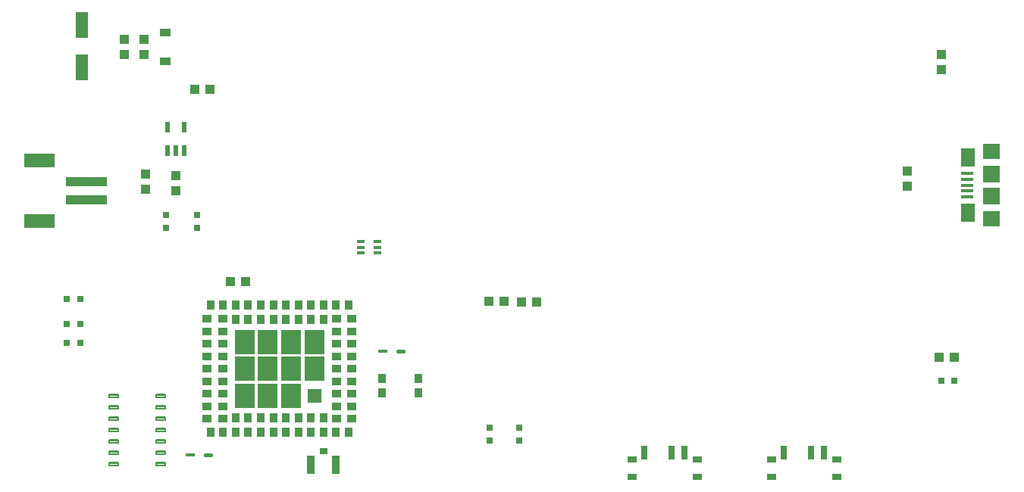
<source format=gbr>
G04 EAGLE Gerber RS-274X export*
G75*
%MOMM*%
%FSLAX34Y34*%
%LPD*%
%INSolderpaste Top*%
%IPPOS*%
%AMOC8*
5,1,8,0,0,1.08239X$1,22.5*%
G01*
%ADD10R,1.350000X0.400000*%
%ADD11R,1.600000X2.100000*%
%ADD12R,1.900000X1.800000*%
%ADD13R,1.900000X1.900000*%
%ADD14R,1.000000X1.100000*%
%ADD15R,0.800000X0.800000*%
%ADD16R,1.100000X1.000000*%
%ADD17R,0.700000X1.500000*%
%ADD18R,1.000000X0.800000*%
%ADD19R,1.100000X0.900000*%
%ADD20R,0.900000X1.100000*%
%ADD21R,1.500000X1.500000*%
%ADD22R,2.300000X2.700000*%
%ADD23R,0.900000X1.000000*%
%ADD24R,1.006000X0.392000*%
%ADD25C,0.392000*%
%ADD26R,1.400000X3.000000*%
%ADD27R,1.220000X0.910000*%
%ADD28R,0.850000X0.400000*%
%ADD29R,0.550000X1.200000*%
%ADD30R,4.600000X1.000000*%
%ADD31R,3.400000X1.600000*%
%ADD32R,0.965200X0.762000*%
%ADD33R,0.812800X2.133600*%
%ADD34C,0.198000*%


D10*
X1059100Y323500D03*
X1059100Y330000D03*
X1059100Y336500D03*
X1059100Y343000D03*
X1059100Y349500D03*
D11*
X1060350Y305500D03*
X1060350Y367500D03*
D12*
X1085850Y298500D03*
D13*
X1085850Y324500D03*
X1085850Y348500D03*
D12*
X1085850Y374500D03*
D14*
X991800Y352500D03*
X991800Y335500D03*
D15*
X559100Y65500D03*
X559100Y50500D03*
D14*
X561600Y206000D03*
X578600Y206000D03*
D16*
X1030300Y465900D03*
X1030300Y482900D03*
D15*
X1029900Y117900D03*
X1044900Y117900D03*
D14*
X1044600Y144300D03*
X1027600Y144300D03*
D15*
X525442Y65442D03*
X525442Y50442D03*
D14*
X524873Y206613D03*
X541873Y206613D03*
D17*
X854500Y37500D03*
X884500Y37500D03*
X899500Y37500D03*
D18*
X840500Y29650D03*
X840500Y10350D03*
X913500Y10350D03*
X913500Y29650D03*
D17*
X698500Y37500D03*
X728500Y37500D03*
X743500Y37500D03*
D18*
X684500Y29650D03*
X684500Y10350D03*
X757500Y10350D03*
X757500Y29650D03*
D19*
X372000Y75000D03*
X372000Y89000D03*
X372000Y103000D03*
X372000Y117000D03*
X372000Y131000D03*
X372000Y145000D03*
X372000Y159000D03*
X372000Y173000D03*
X372000Y187000D03*
D20*
X368000Y202000D03*
X354000Y202000D03*
X340000Y202000D03*
X326000Y202000D03*
X312000Y202000D03*
X298000Y202000D03*
X284000Y202000D03*
X270000Y202000D03*
X256000Y202000D03*
X242000Y202000D03*
X228000Y202000D03*
X214000Y202000D03*
D19*
X210000Y187000D03*
X210000Y173000D03*
X210000Y159000D03*
X210000Y145000D03*
X210000Y131000D03*
X210000Y117000D03*
X210000Y103000D03*
X210000Y89000D03*
X210000Y75000D03*
D20*
X214000Y60000D03*
X228000Y60000D03*
X242000Y60000D03*
X256000Y60000D03*
X270000Y60000D03*
X284000Y60000D03*
X298000Y60000D03*
X312000Y60000D03*
X326000Y60000D03*
X340000Y60000D03*
X354000Y60000D03*
X368000Y60000D03*
D19*
X354600Y75000D03*
X354600Y89000D03*
X354600Y103000D03*
X354600Y117000D03*
X354600Y131000D03*
X354600Y145000D03*
X354600Y159000D03*
X354600Y173000D03*
X354600Y187000D03*
D20*
X340000Y186000D03*
X326000Y186000D03*
X312000Y186000D03*
X298000Y186000D03*
X284000Y186000D03*
X270000Y186000D03*
X256000Y186000D03*
X242000Y186000D03*
D19*
X227400Y187000D03*
X227400Y173000D03*
X227400Y159000D03*
X227400Y145000D03*
X227400Y131000D03*
X227400Y117000D03*
X227400Y103000D03*
X227400Y89000D03*
X227400Y75000D03*
D20*
X242000Y76000D03*
X256000Y76000D03*
X270000Y76000D03*
X284000Y76000D03*
X298000Y76000D03*
X312000Y76000D03*
X326000Y76000D03*
X340000Y76000D03*
D21*
X330000Y101000D03*
D22*
X330000Y131000D03*
X330000Y161000D03*
X304000Y161000D03*
X278000Y161000D03*
X252000Y161000D03*
X252000Y131000D03*
X252000Y101000D03*
X278000Y101000D03*
X304000Y101000D03*
X304000Y131000D03*
X278000Y131000D03*
D16*
X253500Y229000D03*
X236500Y229000D03*
D23*
X446500Y104000D03*
X405500Y104000D03*
X446500Y120000D03*
X405500Y120000D03*
D24*
X406000Y151000D03*
D25*
X422930Y151000D02*
X429070Y151000D01*
D15*
X53500Y160000D03*
X68500Y160000D03*
X53500Y181000D03*
X68500Y181000D03*
D26*
X70000Y468000D03*
X70000Y516000D03*
D14*
X118000Y499500D03*
X118000Y482500D03*
X140000Y499500D03*
X140000Y482500D03*
D27*
X163000Y507350D03*
X163000Y474650D03*
D28*
X381750Y273500D03*
X381750Y267000D03*
X381750Y260500D03*
X400250Y260500D03*
X400250Y267000D03*
X400250Y273500D03*
D29*
X165500Y375000D03*
X175000Y375000D03*
X184500Y375000D03*
X184500Y401000D03*
X165500Y401000D03*
D15*
X164000Y303500D03*
X164000Y288500D03*
X199000Y288500D03*
X199000Y303500D03*
D16*
X175000Y330500D03*
X175000Y347500D03*
X141000Y331500D03*
X141000Y348500D03*
D14*
X196500Y444000D03*
X213500Y444000D03*
D30*
X75000Y340000D03*
X75000Y320000D03*
D31*
X23000Y296000D03*
X23000Y364000D03*
D32*
X340000Y38814D03*
D33*
X326046Y23574D03*
X353954Y23574D03*
D34*
X111010Y99340D02*
X111010Y102860D01*
X111010Y99340D02*
X100490Y99340D01*
X100490Y102860D01*
X111010Y102860D01*
X111010Y101221D02*
X100490Y101221D01*
X111010Y90160D02*
X111010Y86640D01*
X100490Y86640D01*
X100490Y90160D01*
X111010Y90160D01*
X111010Y88521D02*
X100490Y88521D01*
X111010Y77460D02*
X111010Y73940D01*
X100490Y73940D01*
X100490Y77460D01*
X111010Y77460D01*
X111010Y75821D02*
X100490Y75821D01*
X111010Y64760D02*
X111010Y61240D01*
X100490Y61240D01*
X100490Y64760D01*
X111010Y64760D01*
X111010Y63121D02*
X100490Y63121D01*
X111010Y52060D02*
X111010Y48540D01*
X100490Y48540D01*
X100490Y52060D01*
X111010Y52060D01*
X111010Y50421D02*
X100490Y50421D01*
X111010Y39360D02*
X111010Y35840D01*
X100490Y35840D01*
X100490Y39360D01*
X111010Y39360D01*
X111010Y37721D02*
X100490Y37721D01*
X111010Y26660D02*
X111010Y23140D01*
X100490Y23140D01*
X100490Y26660D01*
X111010Y26660D01*
X111010Y25021D02*
X100490Y25021D01*
X163510Y26660D02*
X163510Y23140D01*
X152990Y23140D01*
X152990Y26660D01*
X163510Y26660D01*
X163510Y25021D02*
X152990Y25021D01*
X163510Y35840D02*
X163510Y39360D01*
X163510Y35840D02*
X152990Y35840D01*
X152990Y39360D01*
X163510Y39360D01*
X163510Y37721D02*
X152990Y37721D01*
X163510Y48540D02*
X163510Y52060D01*
X163510Y48540D02*
X152990Y48540D01*
X152990Y52060D01*
X163510Y52060D01*
X163510Y50421D02*
X152990Y50421D01*
X163510Y61240D02*
X163510Y64760D01*
X163510Y61240D02*
X152990Y61240D01*
X152990Y64760D01*
X163510Y64760D01*
X163510Y63121D02*
X152990Y63121D01*
X163510Y73940D02*
X163510Y77460D01*
X163510Y73940D02*
X152990Y73940D01*
X152990Y77460D01*
X163510Y77460D01*
X163510Y75821D02*
X152990Y75821D01*
X163510Y86640D02*
X163510Y90160D01*
X163510Y86640D02*
X152990Y86640D01*
X152990Y90160D01*
X163510Y90160D01*
X163510Y88521D02*
X152990Y88521D01*
X163510Y99340D02*
X163510Y102860D01*
X163510Y99340D02*
X152990Y99340D01*
X152990Y102860D01*
X163510Y102860D01*
X163510Y101221D02*
X152990Y101221D01*
D24*
X191000Y35000D03*
D25*
X207930Y35000D02*
X214070Y35000D01*
D15*
X53500Y209000D03*
X68500Y209000D03*
M02*

</source>
